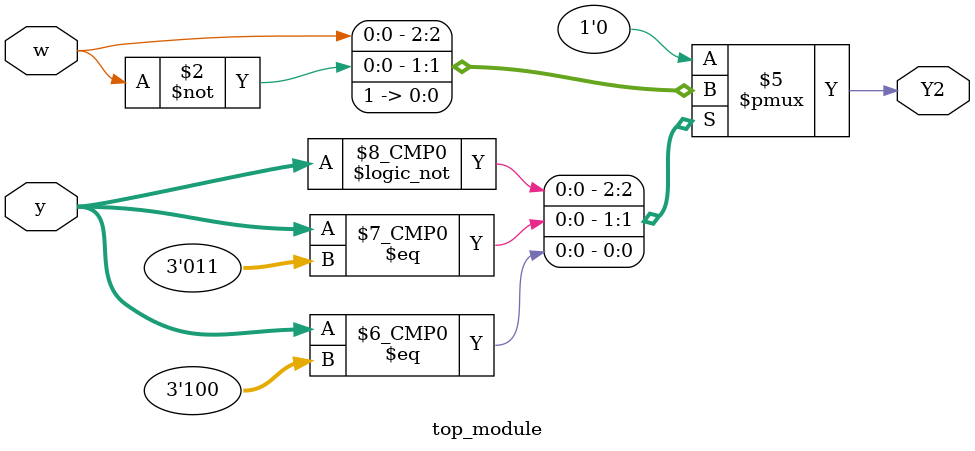
<source format=sv>
module top_module(
    input [3:1] y,
    input w,
    output reg Y2
);

always @(*) begin
    case (y)
        3'b000: Y2 = w; // State A
        3'b001: Y2 = 1'b0; // State B
        3'b010: Y2 = 1'b0; // State C
        3'b011: Y2 = ~w; // State D
        3'b100: Y2 = 1'b1; // State E
        3'b101: Y2 = 1'b0; // State F
        default: Y2 = 1'b0; // Default case
    endcase
end

endmodule

</source>
